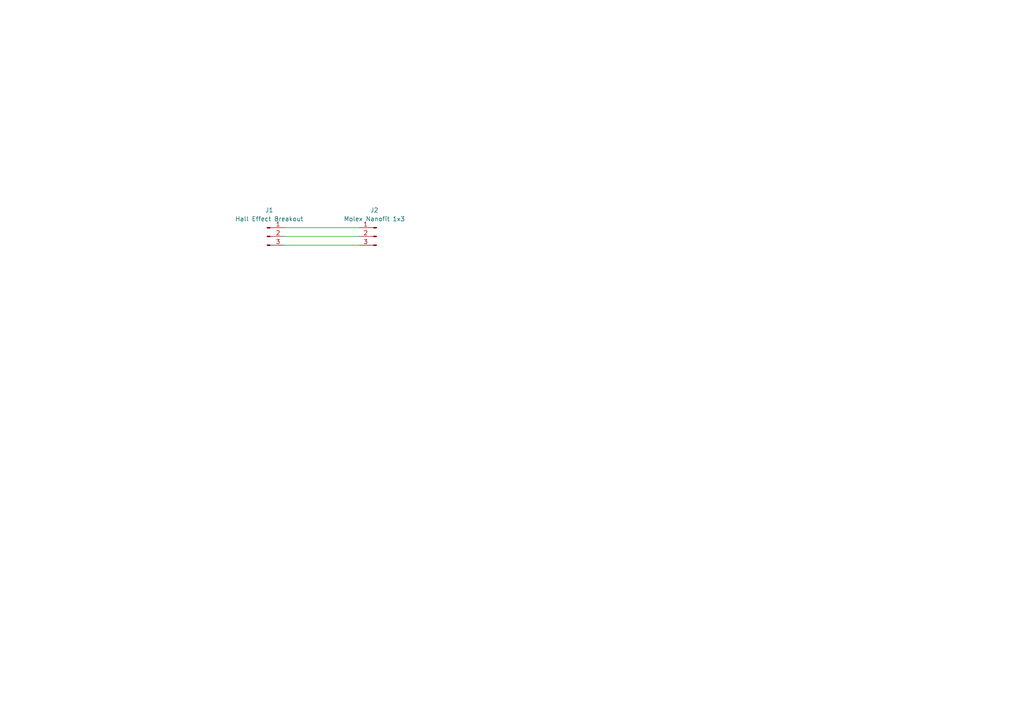
<source format=kicad_sch>
(kicad_sch (version 20231120) (generator "eeschema") (generator_version "8.0")
  (paper "A4")
  (title_block (title "HE Breakout") (date "2024-11-12") (rev "1.0") (company "Formula Slug"))
  (lib_symbols
    (symbol "Connector:Conn_01x03_Pin" (pin_names (offset 1.016) hide)
      (property "Reference" "J" (at 0 5.08 0))
      (property "Value" "Conn_01x03_Pin" (at 0 -5.08 0))
      (symbol "Conn_01x03_Pin_1_1"
        (polyline (pts (xy 1.27 -2.54) (xy 0.8636 -2.54)) (stroke (width 0.1524)))
        (polyline (pts (xy 1.27 0) (xy 0.8636 0)) (stroke (width 0.1524)))
        (polyline (pts (xy 1.27 2.54) (xy 0.8636 2.54)) (stroke (width 0.1524)))
        (rectangle (start 0.8636 -2.413) (end 0 -2.667) (stroke (width 0.1524)) (fill (type outline)))
        (rectangle (start 0.8636 0.127) (end 0 -0.127) (stroke (width 0.1524)) (fill (type outline)))
        (rectangle (start 0.8636 2.667) (end 0 2.413) (stroke (width 0.1524)) (fill (type outline)))
        (pin passive line (at 5.08 2.54 180) (length 3.81) (name "Pin_1") (number "1"))
        (pin passive line (at 5.08 0 180) (length 3.81) (name "Pin_2") (number "2"))
        (pin passive line (at 5.08 -2.54 180) (length 3.81) (name "Pin_3") (number "3"))
      )
    )
  )
  (wire (pts (xy 82.55 71.12) (xy 104.14 71.12)))
  (wire (pts (xy 82.55 66.04) (xy 104.14 66.04)))
  (wire (pts (xy 82.55 68.58) (xy 104.14 68.58)))
  (symbol (lib_id "Connector:Conn_01x03_Pin") (at 109.22 68.58 0) (mirror y) (unit 1)
    (property "Reference" "J2" (at 108.585 60.96 0))
    (property "Value" "Molex Nanofit 1x3" (at 108.585 63.5 0))
    (property "Footprint" "Connector_Molex:Molex_Nano-Fit_105309-xx03_1x03_P2.50mm_Vertical" (effects (hide yes)))
    (property "Description" "Molex Nanofit 1x3 connector 180 deg" (effects (hide yes)))
  )
  (symbol (lib_id "Connector:Conn_01x03_Pin") (at 77.47 68.58 0) (unit 1)
    (property "Reference" "J1" (at 78.105 60.96 0))
    (property "Value" "Hall Effect Breakout" (at 78.105 63.5 0))
    (property "Description" "Generic connector, single row, 01x03, script generated" (effects (hide yes)))
  )
)
</source>
